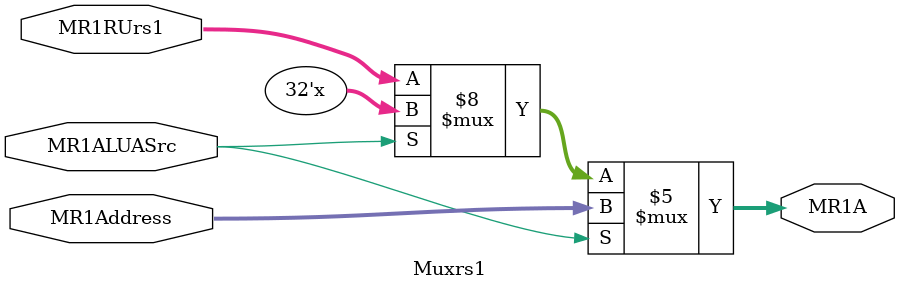
<source format=sv>
module Muxrs1(
  input [31:0] MR1Address,
  input [31:0] MR1RUrs1,
  input MR1ALUASrc,
  output reg [31:0] MR1A
);
  
  always@(*) begin
    if (MR1ALUASrc == 0)
      MR1A = MR1RUrs1;
    if (MR1ALUASrc == 1)
      MR1A = MR1Address;
  end
endmodule
</source>
